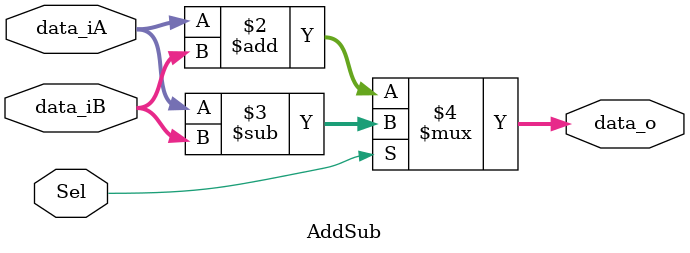
<source format=v>
module AddSub(data_iA, data_iB, data_o, Sel);
	input [22:0] data_iA, data_iB;
	input Sel;
	output [22:0] data_o;
	
	assign data_o = (~Sel) ? (data_iA + data_iB) : (data_iA - data_iB);
endmodule
</source>
